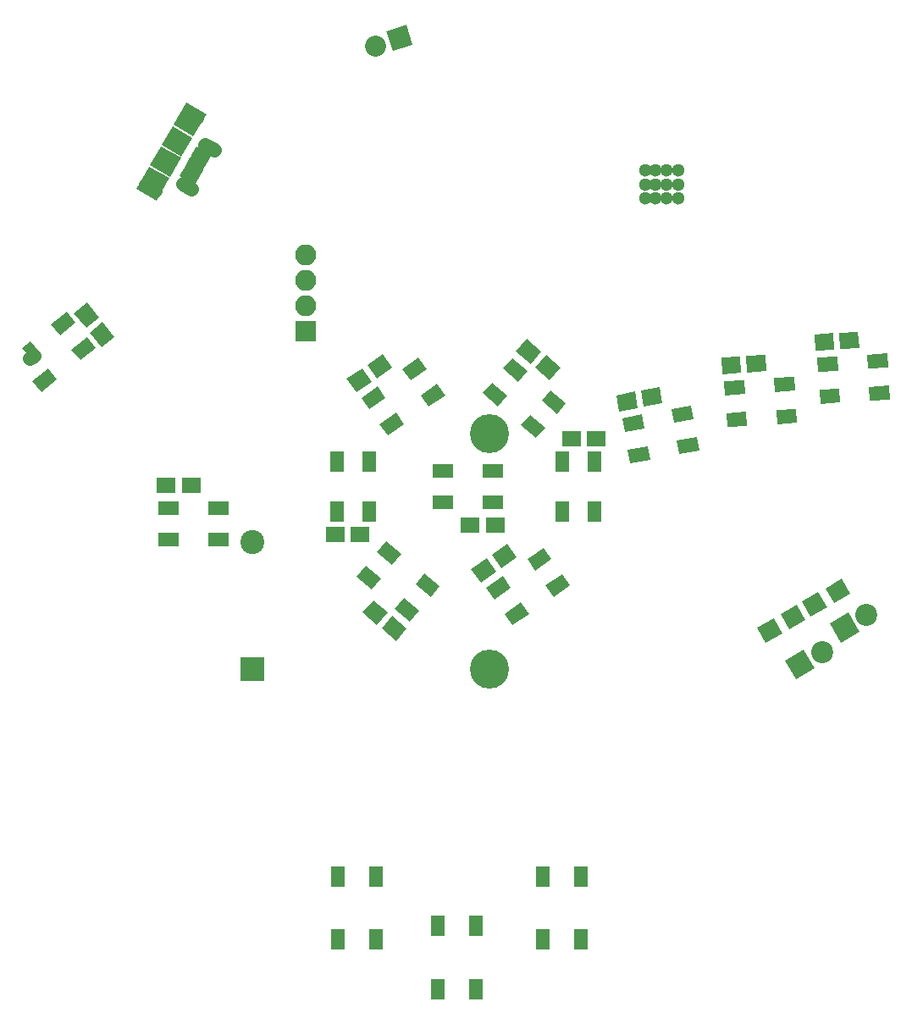
<source format=gts>
G04 #@! TF.FileFunction,Soldermask,Top*
%FSLAX46Y46*%
G04 Gerber Fmt 4.6, Leading zero omitted, Abs format (unit mm)*
G04 Created by KiCad (PCBNEW 4.0.7) date Monday, 12 '12e' March '12e' 2018, 16:25:27*
%MOMM*%
%LPD*%
G01*
G04 APERTURE LIST*
%ADD10C,0.100000*%
%ADD11C,1.300000*%
%ADD12C,1.400000*%
%ADD13R,1.900000X1.650000*%
%ADD14C,2.200000*%
%ADD15C,1.450000*%
%ADD16R,2.100000X2.100000*%
%ADD17O,2.100000X2.100000*%
%ADD18C,2.100000*%
%ADD19R,1.400000X2.100000*%
%ADD20R,1.400000X2.000000*%
%ADD21R,2.000000X1.400000*%
%ADD22R,2.400000X2.400000*%
%ADD23C,2.400000*%
%ADD24C,3.900000*%
G04 APERTURE END LIST*
D10*
D11*
X137990000Y-48390000D03*
X136865000Y-48390000D03*
X135765000Y-48390000D03*
X134740000Y-48390000D03*
X137990000Y-49840000D03*
X135765000Y-49840000D03*
X134740000Y-49840000D03*
X136865000Y-49840000D03*
X137990000Y-51190000D03*
X135765000Y-51190000D03*
X134740000Y-51190000D03*
X136865000Y-51190000D03*
D10*
G36*
X105797126Y-70604640D02*
X104850725Y-69253039D01*
X106407114Y-68163244D01*
X107353515Y-69514845D01*
X105797126Y-70604640D01*
X105797126Y-70604640D01*
G37*
G36*
X107845006Y-69170698D02*
X106898605Y-67819097D01*
X108454994Y-66729302D01*
X109401395Y-68080903D01*
X107845006Y-69170698D01*
X107845006Y-69170698D01*
G37*
G36*
X73268274Y-65460550D02*
X74149323Y-66548554D01*
X73294462Y-67240806D01*
X72413413Y-66152802D01*
X73268274Y-65460550D01*
X73268274Y-65460550D01*
G37*
G36*
X74990670Y-68183412D02*
X75871718Y-69271417D01*
X74317426Y-70530058D01*
X73436378Y-69442053D01*
X74990670Y-68183412D01*
X74990670Y-68183412D01*
G37*
G36*
X76862574Y-62549942D02*
X77743622Y-63637947D01*
X76189330Y-64896588D01*
X75308282Y-63808583D01*
X76862574Y-62549942D01*
X76862574Y-62549942D01*
G37*
G36*
X78876400Y-65036810D02*
X79757448Y-66124815D01*
X78203156Y-67383456D01*
X77322108Y-66295451D01*
X78876400Y-65036810D01*
X78876400Y-65036810D01*
G37*
D12*
X73535981Y-66884383D02*
X73128757Y-67214147D01*
D10*
G36*
X157185615Y-71422696D02*
X157100147Y-70025307D01*
X159096417Y-69903210D01*
X159181885Y-71300599D01*
X157185615Y-71422696D01*
X157185615Y-71422696D01*
G37*
G36*
X156990259Y-68228665D02*
X156904791Y-66831276D01*
X158901061Y-66709179D01*
X158986529Y-68106568D01*
X156990259Y-68228665D01*
X156990259Y-68228665D01*
G37*
G36*
X152194941Y-71727939D02*
X152109473Y-70330550D01*
X154105743Y-70208453D01*
X154191211Y-71605842D01*
X152194941Y-71727939D01*
X152194941Y-71727939D01*
G37*
G36*
X151999585Y-68533908D02*
X151914117Y-67136519D01*
X153910387Y-67014422D01*
X153995855Y-68411811D01*
X151999585Y-68533908D01*
X151999585Y-68533908D01*
G37*
G36*
X151702137Y-66431457D02*
X151601407Y-64784535D01*
X153497863Y-64668543D01*
X153598593Y-66315465D01*
X151702137Y-66431457D01*
X151702137Y-66431457D01*
G37*
G36*
X154197473Y-66278835D02*
X154096743Y-64631913D01*
X155993199Y-64515921D01*
X156093929Y-66162843D01*
X154197473Y-66278835D01*
X154197473Y-66278835D01*
G37*
G36*
X142404469Y-68757768D02*
X142303739Y-67110846D01*
X144200195Y-66994854D01*
X144300925Y-68641776D01*
X142404469Y-68757768D01*
X142404469Y-68757768D01*
G37*
G36*
X144899805Y-68605146D02*
X144799075Y-66958224D01*
X146695531Y-66842232D01*
X146796261Y-68489154D01*
X144899805Y-68605146D01*
X144899805Y-68605146D01*
G37*
G36*
X132108114Y-72489897D02*
X131807426Y-70867526D01*
X133675610Y-70521279D01*
X133976298Y-72143650D01*
X132108114Y-72489897D01*
X132108114Y-72489897D01*
G37*
G36*
X134566252Y-72034309D02*
X134265564Y-70411938D01*
X136133748Y-70065691D01*
X136434436Y-71688062D01*
X134566252Y-72034309D01*
X134566252Y-72034309D01*
G37*
D13*
X129800000Y-75250000D03*
X127300000Y-75250000D03*
D10*
G36*
X118247126Y-89604640D02*
X117300725Y-88253039D01*
X118857114Y-87163244D01*
X119803515Y-88514845D01*
X118247126Y-89604640D01*
X118247126Y-89604640D01*
G37*
G36*
X120295006Y-88170698D02*
X119348605Y-86819097D01*
X120904994Y-85729302D01*
X121851395Y-87080903D01*
X120295006Y-88170698D01*
X120295006Y-88170698D01*
G37*
G36*
X110865598Y-94182147D02*
X109804998Y-95446120D01*
X108349514Y-94224823D01*
X109410114Y-92960850D01*
X110865598Y-94182147D01*
X110865598Y-94182147D01*
G37*
G36*
X108950486Y-92575177D02*
X107889886Y-93839150D01*
X106434402Y-92617853D01*
X107495002Y-91353880D01*
X108950486Y-92575177D01*
X108950486Y-92575177D01*
G37*
D13*
X119700000Y-83850000D03*
X117200000Y-83850000D03*
D10*
G36*
X121784402Y-66517853D02*
X122845002Y-65253880D01*
X124300486Y-66475177D01*
X123239886Y-67739150D01*
X121784402Y-66517853D01*
X121784402Y-66517853D01*
G37*
G36*
X123699514Y-68124823D02*
X124760114Y-66860850D01*
X126215598Y-68082147D01*
X125154998Y-69346120D01*
X123699514Y-68124823D01*
X123699514Y-68124823D01*
G37*
D13*
X103700000Y-84750000D03*
X106200000Y-84750000D03*
X86800000Y-79850000D03*
X89300000Y-79850000D03*
D10*
G36*
X81650650Y-65040531D02*
X80368359Y-66078910D01*
X79172650Y-64602333D01*
X80454941Y-63563954D01*
X81650650Y-65040531D01*
X81650650Y-65040531D01*
G37*
G36*
X80077350Y-63097667D02*
X78795059Y-64136046D01*
X77599350Y-62659469D01*
X78881641Y-61621090D01*
X80077350Y-63097667D01*
X80077350Y-63097667D01*
G37*
G36*
X154227372Y-95602628D02*
X153127372Y-93697372D01*
X155032628Y-92597372D01*
X156132628Y-94502628D01*
X154227372Y-95602628D01*
X154227372Y-95602628D01*
G37*
D14*
X156829705Y-92830000D03*
D12*
X88490816Y-49734817D02*
X89356842Y-50234817D01*
D15*
X84782837Y-49857227D02*
X85692163Y-50382227D01*
X88957837Y-42625914D02*
X89867163Y-43150914D01*
D10*
G36*
X87195929Y-49027628D02*
X85204071Y-47877628D01*
X86304071Y-45972372D01*
X88295929Y-47122372D01*
X87195929Y-49027628D01*
X87195929Y-49027628D01*
G37*
G36*
X89196429Y-47122661D02*
X90711973Y-47997661D01*
X90311973Y-48690481D01*
X88796429Y-47815481D01*
X89196429Y-47122661D01*
X89196429Y-47122661D01*
G37*
G36*
X88871429Y-47685577D02*
X90386973Y-48560577D01*
X89986973Y-49253397D01*
X88471429Y-48378397D01*
X88871429Y-47685577D01*
X88871429Y-47685577D01*
G37*
G36*
X88546429Y-48248494D02*
X90061973Y-49123494D01*
X89661973Y-49816314D01*
X88146429Y-48941314D01*
X88546429Y-48248494D01*
X88546429Y-48248494D01*
G37*
G36*
X85129071Y-48007531D02*
X87120929Y-49157531D01*
X85828429Y-51396207D01*
X83836571Y-50246207D01*
X85129071Y-48007531D01*
X85129071Y-48007531D01*
G37*
G36*
X88345929Y-47035769D02*
X86354071Y-45885769D01*
X87454071Y-43980513D01*
X89445929Y-45130513D01*
X88345929Y-47035769D01*
X88345929Y-47035769D01*
G37*
G36*
X89846429Y-45996827D02*
X91361973Y-46871827D01*
X90961973Y-47564647D01*
X89446429Y-46689647D01*
X89846429Y-45996827D01*
X89846429Y-45996827D01*
G37*
G36*
X89521429Y-46559744D02*
X91036973Y-47434744D01*
X90636973Y-48127564D01*
X89121429Y-47252564D01*
X89521429Y-46559744D01*
X89521429Y-46559744D01*
G37*
G36*
X88821571Y-41611934D02*
X90813429Y-42761934D01*
X89520929Y-45000610D01*
X87529071Y-43850610D01*
X88821571Y-41611934D01*
X88821571Y-41611934D01*
G37*
D12*
X90715816Y-45881004D02*
X91581842Y-46381004D01*
D16*
X100750000Y-64500000D03*
D17*
X100750000Y-61960000D03*
X100750000Y-59420000D03*
X100750000Y-56880000D03*
D10*
G36*
X108816923Y-34465859D02*
X110814141Y-33816923D01*
X111463077Y-35814141D01*
X109465859Y-36463077D01*
X108816923Y-34465859D01*
X108816923Y-34465859D01*
G37*
D18*
X107724316Y-35924903D02*
X107724316Y-35924903D01*
D10*
G36*
X149767372Y-99302628D02*
X148667372Y-97397372D01*
X150572628Y-96297372D01*
X151672628Y-98202628D01*
X149767372Y-99302628D01*
X149767372Y-99302628D01*
G37*
D14*
X152369705Y-96530000D03*
D10*
G36*
X154357724Y-89218878D02*
X155207724Y-90691122D01*
X153562276Y-91641122D01*
X152712276Y-90168878D01*
X154357724Y-89218878D01*
X154357724Y-89218878D01*
G37*
G36*
X152019456Y-90568878D02*
X152869456Y-92041122D01*
X151224008Y-92991122D01*
X150374008Y-91518878D01*
X152019456Y-90568878D01*
X152019456Y-90568878D01*
G37*
G36*
X149886858Y-91833878D02*
X150736858Y-93306122D01*
X149091410Y-94256122D01*
X148241410Y-92783878D01*
X149886858Y-91833878D01*
X149886858Y-91833878D01*
G37*
G36*
X147548590Y-93183878D02*
X148398590Y-94656122D01*
X146753142Y-95606122D01*
X145903142Y-94133878D01*
X147548590Y-93183878D01*
X147548590Y-93183878D01*
G37*
D19*
X113990000Y-130240000D03*
X113990000Y-123940000D03*
X117790000Y-130240000D03*
X117790000Y-123940000D03*
X124440000Y-125290000D03*
X124440000Y-118990000D03*
X128240000Y-125290000D03*
X128240000Y-118990000D03*
X104000000Y-125300000D03*
X104000000Y-119000000D03*
X107800000Y-125300000D03*
X107800000Y-119000000D03*
D10*
G36*
X147887614Y-73754137D02*
X147802146Y-72356748D01*
X149798416Y-72234651D01*
X149883884Y-73632040D01*
X147887614Y-73754137D01*
X147887614Y-73754137D01*
G37*
G36*
X147692258Y-70560106D02*
X147606790Y-69162717D01*
X149603060Y-69040620D01*
X149688528Y-70438009D01*
X147692258Y-70560106D01*
X147692258Y-70560106D01*
G37*
G36*
X142896940Y-74059380D02*
X142811472Y-72661991D01*
X144807742Y-72539894D01*
X144893210Y-73937283D01*
X142896940Y-74059380D01*
X142896940Y-74059380D01*
G37*
G36*
X142701584Y-70865349D02*
X142616116Y-69467960D01*
X144612386Y-69345863D01*
X144697854Y-70743252D01*
X142701584Y-70865349D01*
X142701584Y-70865349D01*
G37*
G36*
X138134024Y-76778133D02*
X137878894Y-75401576D01*
X139845404Y-75037105D01*
X140100534Y-76413662D01*
X138134024Y-76778133D01*
X138134024Y-76778133D01*
G37*
G36*
X137550870Y-73631717D02*
X137295740Y-72255160D01*
X139262250Y-71890689D01*
X139517380Y-73267246D01*
X137550870Y-73631717D01*
X137550870Y-73631717D01*
G37*
G36*
X133217750Y-77689311D02*
X132962620Y-76312754D01*
X134929130Y-75948283D01*
X135184260Y-77324840D01*
X133217750Y-77689311D01*
X133217750Y-77689311D01*
G37*
G36*
X132634596Y-74542895D02*
X132379466Y-73166338D01*
X134345976Y-72801867D01*
X134601106Y-74178424D01*
X132634596Y-74542895D01*
X132634596Y-74542895D01*
G37*
D20*
X126400000Y-82500000D03*
X129600000Y-82500000D03*
X126400000Y-77500000D03*
X129600000Y-77500000D03*
D10*
G36*
X125547953Y-91023685D02*
X124744946Y-89876872D01*
X126383251Y-88729719D01*
X127186258Y-89876532D01*
X125547953Y-91023685D01*
X125547953Y-91023685D01*
G37*
G36*
X123712509Y-88402399D02*
X122909502Y-87255586D01*
X124547807Y-86108433D01*
X125350814Y-87255246D01*
X123712509Y-88402399D01*
X123712509Y-88402399D01*
G37*
G36*
X121452193Y-93891567D02*
X120649186Y-92744754D01*
X122287491Y-91597601D01*
X123090498Y-92744414D01*
X121452193Y-93891567D01*
X121452193Y-93891567D01*
G37*
G36*
X119616749Y-91270281D02*
X118813742Y-90123468D01*
X120452047Y-88976315D01*
X121255054Y-90123128D01*
X119616749Y-91270281D01*
X119616749Y-91270281D01*
G37*
G36*
X110329345Y-86773916D02*
X109429442Y-87846379D01*
X107897353Y-86560804D01*
X108797256Y-85488341D01*
X110329345Y-86773916D01*
X110329345Y-86773916D01*
G37*
G36*
X108272425Y-89225258D02*
X107372522Y-90297721D01*
X105840433Y-89012146D01*
X106740336Y-87939683D01*
X108272425Y-89225258D01*
X108272425Y-89225258D01*
G37*
G36*
X114159567Y-89987854D02*
X113259664Y-91060317D01*
X111727575Y-89774742D01*
X112627478Y-88702279D01*
X114159567Y-89987854D01*
X114159567Y-89987854D01*
G37*
G36*
X112102647Y-92439196D02*
X111202744Y-93511659D01*
X109670655Y-92226084D01*
X110570558Y-91153621D01*
X112102647Y-92439196D01*
X112102647Y-92439196D01*
G37*
D21*
X114500000Y-78400000D03*
X114500000Y-81600000D03*
X119500000Y-78400000D03*
X119500000Y-81600000D03*
D10*
G36*
X122284004Y-73893444D02*
X123183907Y-72820981D01*
X124715996Y-74106556D01*
X123816093Y-75179019D01*
X122284004Y-73893444D01*
X122284004Y-73893444D01*
G37*
G36*
X124340924Y-71442102D02*
X125240827Y-70369639D01*
X126772916Y-71655214D01*
X125873013Y-72727677D01*
X124340924Y-71442102D01*
X124340924Y-71442102D01*
G37*
G36*
X118453782Y-70679506D02*
X119353685Y-69607043D01*
X120885774Y-70892618D01*
X119985871Y-71965081D01*
X118453782Y-70679506D01*
X118453782Y-70679506D01*
G37*
G36*
X120510702Y-68228164D02*
X121410605Y-67155701D01*
X122942694Y-68441276D01*
X122042791Y-69513739D01*
X120510702Y-68228164D01*
X120510702Y-68228164D01*
G37*
G36*
X113047953Y-72023685D02*
X112244946Y-70876872D01*
X113883251Y-69729719D01*
X114686258Y-70876532D01*
X113047953Y-72023685D01*
X113047953Y-72023685D01*
G37*
G36*
X111212509Y-69402399D02*
X110409502Y-68255586D01*
X112047807Y-67108433D01*
X112850814Y-68255246D01*
X111212509Y-69402399D01*
X111212509Y-69402399D01*
G37*
G36*
X108952193Y-74891567D02*
X108149186Y-73744754D01*
X109787491Y-72597601D01*
X110590498Y-73744414D01*
X108952193Y-74891567D01*
X108952193Y-74891567D01*
G37*
G36*
X107116749Y-72270281D02*
X106313742Y-71123468D01*
X107952047Y-69976315D01*
X108755054Y-71123128D01*
X107116749Y-72270281D01*
X107116749Y-72270281D01*
G37*
D20*
X107100000Y-77500000D03*
X103900000Y-77500000D03*
X107100000Y-82500000D03*
X103900000Y-82500000D03*
D21*
X92025000Y-85325000D03*
X92025000Y-82125000D03*
X87025000Y-85325000D03*
X87025000Y-82125000D03*
D22*
X95440000Y-98240000D03*
D23*
X95440000Y-85540000D03*
D24*
X119163600Y-74745000D03*
X119163600Y-98240000D03*
M02*

</source>
